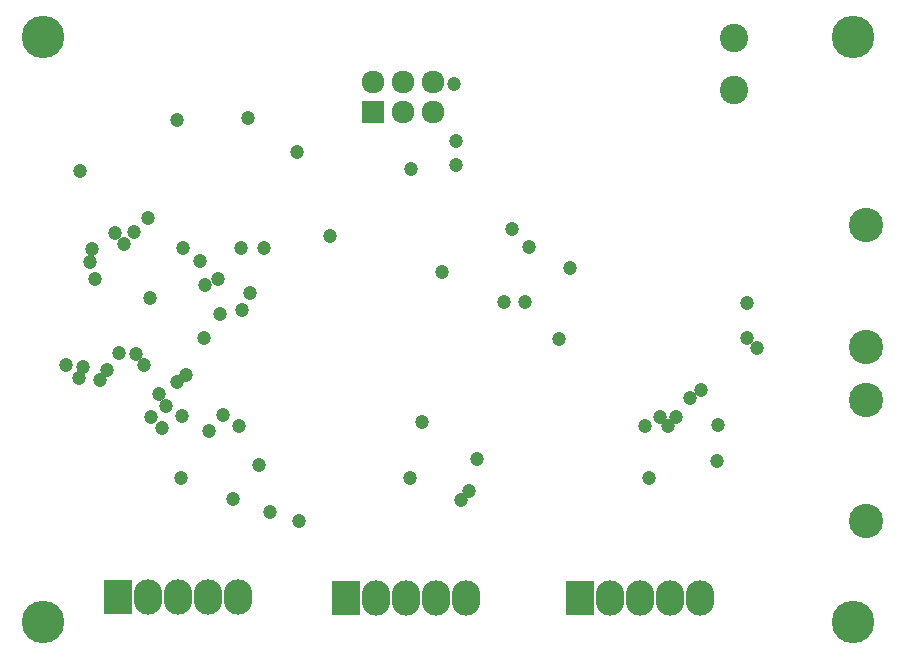
<source format=gbr>
G04 #@! TF.FileFunction,Soldermask,Bot*
%FSLAX46Y46*%
G04 Gerber Fmt 4.6, Leading zero omitted, Abs format (unit mm)*
G04 Created by KiCad (PCBNEW 4.0.7) date 11/30/17 15:22:44*
%MOMM*%
%LPD*%
G01*
G04 APERTURE LIST*
%ADD10C,0.100000*%
%ADD11C,1.200000*%
%ADD12C,2.400000*%
%ADD13R,2.400000X3.000000*%
%ADD14O,2.400000X3.000000*%
%ADD15R,1.924000X1.924000*%
%ADD16C,1.924000*%
%ADD17C,3.600000*%
%ADD18C,2.900000*%
G04 APERTURE END LIST*
D10*
D11*
X174142400Y-67843400D03*
X176784000Y-83032600D03*
X196215000Y-83032600D03*
X216408000Y-83032600D03*
X205950441Y-68125571D03*
D12*
X223600000Y-45820000D03*
X223600000Y-50220000D03*
D13*
X210541000Y-93192600D03*
D14*
X213081000Y-93192600D03*
X215621000Y-93192600D03*
X218161000Y-93192600D03*
X220701000Y-93192600D03*
D15*
X193040000Y-52070000D03*
D16*
X195580000Y-52070000D03*
X198120000Y-52070000D03*
X198120000Y-49530000D03*
X195580000Y-49530000D03*
X193040000Y-49530000D03*
D13*
X171425000Y-93167200D03*
D14*
X173965000Y-93167200D03*
X176505000Y-93167200D03*
X179045000Y-93167200D03*
X181585000Y-93167200D03*
D13*
X190729000Y-93192600D03*
D14*
X193269000Y-93192600D03*
X195809000Y-93192600D03*
X198349000Y-93192600D03*
X200889000Y-93192600D03*
D17*
X233680000Y-45720000D03*
X233680000Y-95250000D03*
X165100000Y-95250000D03*
X165100000Y-45720000D03*
D18*
X234772200Y-61626600D03*
X234772200Y-71926600D03*
X234755800Y-76434800D03*
X234755800Y-86734800D03*
D11*
X204185141Y-68112871D03*
X183388000Y-81991200D03*
X178384200Y-64675800D03*
X178741914Y-71165859D03*
X171579852Y-72504331D03*
X169494200Y-66242958D03*
X200050400Y-56591200D03*
X200050400Y-54559200D03*
X171244588Y-62337301D03*
X172800860Y-62260060D03*
X171941979Y-63219663D03*
X169242165Y-63663880D03*
X224726500Y-71196200D03*
X182664100Y-67398900D03*
X186829700Y-86728300D03*
X222224600Y-81584800D03*
X167025977Y-73509301D03*
X222290743Y-78602138D03*
X184327800Y-85961009D03*
X168134126Y-74572733D03*
X174295945Y-77931169D03*
X169138600Y-64744600D03*
X216115900Y-78625700D03*
X173666065Y-73494499D03*
X200533000Y-84913310D03*
X218733301Y-77862508D03*
X179193543Y-79050663D03*
X174944782Y-75959810D03*
X220853000Y-75565000D03*
X176928643Y-63575708D03*
X201155300Y-84124800D03*
X218008291Y-78689200D03*
X176437779Y-74941224D03*
X180340000Y-77749400D03*
X175514000Y-76932541D03*
X175212941Y-78832564D03*
X176903721Y-77781421D03*
X169979783Y-74753163D03*
X217371722Y-77866910D03*
X177252171Y-74360888D03*
X197231000Y-78333600D03*
X181737000Y-78613000D03*
X225590100Y-72009000D03*
X180136800Y-69189600D03*
X206242541Y-63457371D03*
X224713800Y-68224400D03*
X204807437Y-61978771D03*
X209709639Y-65268071D03*
X181889400Y-63582821D03*
X183819800Y-63582821D03*
X199898000Y-49657000D03*
X196291200Y-56921400D03*
X182448200Y-52578000D03*
X176428400Y-52730400D03*
X208838800Y-71285100D03*
X198932800Y-65595500D03*
X189445900Y-62547500D03*
X201904600Y-81407000D03*
X173029864Y-72520472D03*
X181178200Y-84810600D03*
X168475988Y-73632971D03*
X219927522Y-76321997D03*
X178838945Y-66685806D03*
X181939326Y-68834902D03*
X179908200Y-66192400D03*
X168275000Y-57048400D03*
X170561000Y-73939400D03*
X173981960Y-61078960D03*
X186613800Y-55473600D03*
M02*

</source>
